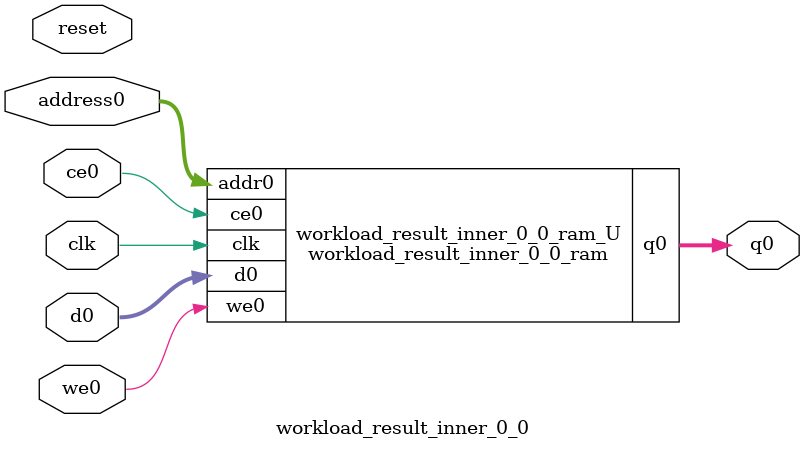
<source format=v>
`timescale 1 ns / 1 ps
module workload_result_inner_0_0_ram (addr0, ce0, d0, we0, q0,  clk);

parameter DWIDTH = 32;
parameter AWIDTH = 11;
parameter MEM_SIZE = 2048;

input[AWIDTH-1:0] addr0;
input ce0;
input[DWIDTH-1:0] d0;
input we0;
output reg[DWIDTH-1:0] q0;
input clk;

(* ram_style = "block" *)reg [DWIDTH-1:0] ram[0:MEM_SIZE-1];




always @(posedge clk)  
begin 
    if (ce0) begin
        if (we0) 
            ram[addr0] <= d0; 
        q0 <= ram[addr0];
    end
end


endmodule

`timescale 1 ns / 1 ps
module workload_result_inner_0_0(
    reset,
    clk,
    address0,
    ce0,
    we0,
    d0,
    q0);

parameter DataWidth = 32'd32;
parameter AddressRange = 32'd2048;
parameter AddressWidth = 32'd11;
input reset;
input clk;
input[AddressWidth - 1:0] address0;
input ce0;
input we0;
input[DataWidth - 1:0] d0;
output[DataWidth - 1:0] q0;



workload_result_inner_0_0_ram workload_result_inner_0_0_ram_U(
    .clk( clk ),
    .addr0( address0 ),
    .ce0( ce0 ),
    .we0( we0 ),
    .d0( d0 ),
    .q0( q0 ));

endmodule


</source>
